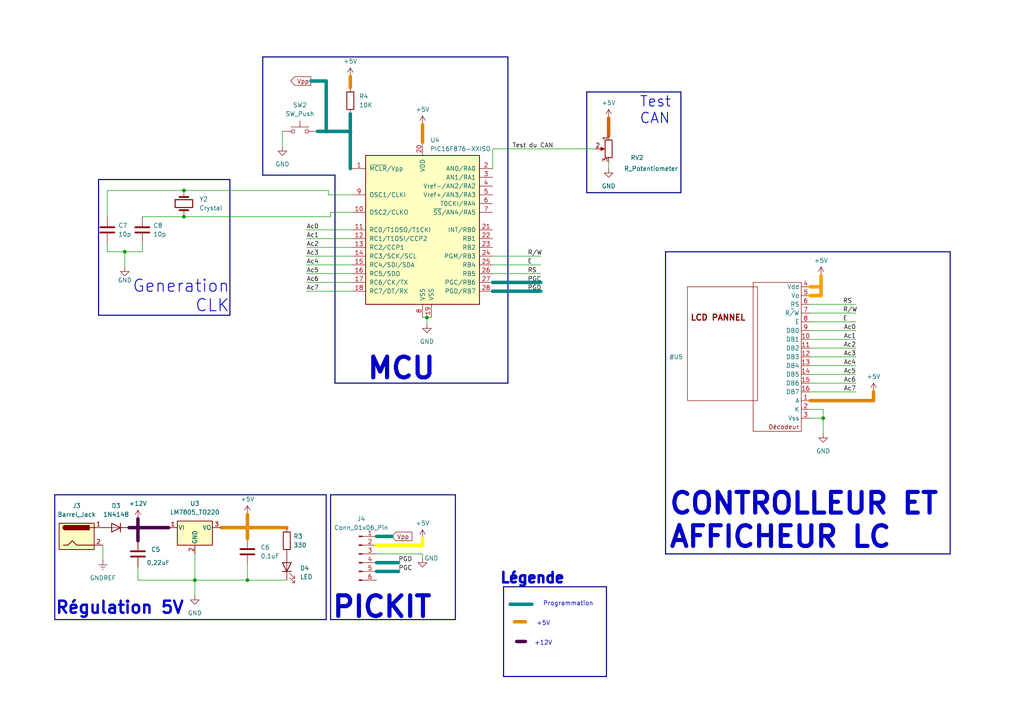
<source format=kicad_sch>
(kicad_sch (version 20230121) (generator eeschema)
  (paper "A4")
  (title_block (title "Projet capteur de temperature avec uC en assembleur") (date "2024-03-11") (company "ESME Ivry-sur-Seine") (comment 1 "Groupe 5 : A2S") (comment 2 "Membres : RAFFOUX JOIRE ANDRIANJAFINDRADILO"))
  (lib_symbols
    (symbol "Connector:Barrel_Jack" (pin_names (offset 1.016))
      (property "Reference" "J" (at 0 5.334 0))
      (property "Value" "Barrel_Jack" (at 0 -5.08 0))
      (symbol "Barrel_Jack_0_1"
        (rectangle (start -5.08 3.81) (end 5.08 -3.81) (stroke (width 0.254)) (fill (type background)))
        (arc (start -3.302 3.175) (mid -3.9343 2.54) (end -3.302 1.905) (stroke (width 0.254)))
        (arc (start -3.302 3.175) (mid -3.9343 2.54) (end -3.302 1.905) (stroke (width 0.254)) (fill (type outline)))
        (polyline (pts (xy 5.08 2.54) (xy 3.81 2.54)) (stroke (width 0.254)))
        (polyline (pts (xy -3.81 -2.54) (xy -2.54 -2.54) (xy -1.27 -1.27) (xy 0 -2.54) (xy 2.54 -2.54) (xy 5.08 -2.54)) (stroke (width 0.254)))
        (rectangle (start 3.683 3.175) (end -3.302 1.905) (stroke (width 0.254)) (fill (type outline)))
      )
      (symbol "Barrel_Jack_1_1"
        (pin passive line (at 7.62 2.54 180) (length 2.54) (name "~") (number "1"))
        (pin passive line (at 7.62 -2.54 180) (length 2.54) (name "~") (number "2"))
      )
    )
    (symbol "Connector:Conn_01x06_Pin" (pin_names (offset 1.016) hide)
      (property "Reference" "J" (at 0 7.62 0))
      (property "Value" "Conn_01x06_Pin" (at 0 -10.16 0))
      (symbol "Conn_01x06_Pin_1_1"
        (polyline (pts (xy 1.27 -7.62) (xy 0.8636 -7.62)) (stroke (width 0.1524)))
        (polyline (pts (xy 1.27 -5.08) (xy 0.8636 -5.08)) (stroke (width 0.1524)))
        (polyline (pts (xy 1.27 -2.54) (xy 0.8636 -2.54)) (stroke (width 0.1524)))
        (polyline (pts (xy 1.27 0) (xy 0.8636 0)) (stroke (width 0.1524)))
        (polyline (pts (xy 1.27 2.54) (xy 0.8636 2.54)) (stroke (width 0.1524)))
        (polyline (pts (xy 1.27 5.08) (xy 0.8636 5.08)) (stroke (width 0.1524)))
        (rectangle (start 0.8636 -7.493) (end 0 -7.747) (stroke (width 0.1524)) (fill (type outline)))
        (rectangle (start 0.8636 -4.953) (end 0 -5.207) (stroke (width 0.1524)) (fill (type outline)))
        (rectangle (start 0.8636 -2.413) (end 0 -2.667) (stroke (width 0.1524)) (fill (type outline)))
        (rectangle (start 0.8636 0.127) (end 0 -0.127) (stroke (width 0.1524)) (fill (type outline)))
        (rectangle (start 0.8636 2.667) (end 0 2.413) (stroke (width 0.1524)) (fill (type outline)))
        (rectangle (start 0.8636 5.207) (end 0 4.953) (stroke (width 0.1524)) (fill (type outline)))
        (pin passive line (at 5.08 5.08 180) (length 3.81) (name "Pin_1") (number "1"))
        (pin passive line (at 5.08 2.54 180) (length 3.81) (name "Pin_2") (number "2"))
        (pin passive line (at 5.08 0 180) (length 3.81) (name "Pin_3") (number "3"))
        (pin passive line (at 5.08 -2.54 180) (length 3.81) (name "Pin_4") (number "4"))
        (pin passive line (at 5.08 -5.08 180) (length 3.81) (name "Pin_5") (number "5"))
        (pin passive line (at 5.08 -7.62 180) (length 3.81) (name "Pin_6") (number "6"))
      )
    )
    (symbol "Device:C" (pin_numbers hide) (pin_names (offset 0.254))
      (property "Reference" "C" (at 0.635 2.54 0))
      (property "Value" "C" (at 0.635 -2.54 0))
      (symbol "C_0_1"
        (polyline (pts (xy -2.032 -0.762) (xy 2.032 -0.762)) (stroke (width 0.508)))
        (polyline (pts (xy -2.032 0.762) (xy 2.032 0.762)) (stroke (width 0.508)))
      )
      (symbol "C_1_1"
        (pin passive line (at 0 3.81 270) (length 2.794) (name "~") (number "1"))
        (pin passive line (at 0 -3.81 90) (length 2.794) (name "~") (number "2"))
      )
    )
    (symbol "Device:Crystal" (pin_numbers hide) (pin_names (offset 1.016) hide)
      (property "Reference" "Y" (at 0 3.81 0))
      (property "Value" "Crystal" (at 0 -3.81 0))
      (symbol "Crystal_0_1"
        (rectangle (start -1.143 2.54) (end 1.143 -2.54) (stroke (width 0.3048)))
        (polyline (pts (xy -2.54 0) (xy -1.905 0)))
        (polyline (pts (xy -1.905 -1.27) (xy -1.905 1.27)) (stroke (width 0.508)))
        (polyline (pts (xy 1.905 -1.27) (xy 1.905 1.27)) (stroke (width 0.508)))
        (polyline (pts (xy 2.54 0) (xy 1.905 0)))
      )
      (symbol "Crystal_1_1"
        (pin passive line (at -3.81 0 0) (length 1.27) (name "1") (number "1"))
        (pin passive line (at 3.81 0 180) (length 1.27) (name "2") (number "2"))
      )
    )
    (symbol "Device:LED" (pin_numbers hide) (pin_names (offset 1.016) hide)
      (property "Reference" "D" (at 0 2.54 0))
      (property "Value" "LED" (at 0 -2.54 0))
      (symbol "LED_0_1"
        (polyline (pts (xy -1.27 -1.27) (xy -1.27 1.27)) (stroke (width 0.254)))
        (polyline (pts (xy -1.27 0) (xy 1.27 0)))
        (polyline (pts (xy 1.27 -1.27) (xy 1.27 1.27) (xy -1.27 0) (xy 1.27 -1.27)) (stroke (width 0.254)))
        (polyline (pts (xy -3.048 -0.762) (xy -4.572 -2.286) (xy -3.81 -2.286) (xy -4.572 -2.286) (xy -4.572 -1.524)))
        (polyline (pts (xy -1.778 -0.762) (xy -3.302 -2.286) (xy -2.54 -2.286) (xy -3.302 -2.286) (xy -3.302 -1.524)))
      )
      (symbol "LED_1_1"
        (pin passive line (at -3.81 0 0) (length 2.54) (name "K") (number "1"))
        (pin passive line (at 3.81 0 180) (length 2.54) (name "A") (number "2"))
      )
    )
    (symbol "Device:R" (pin_numbers hide) (pin_names (offset 0))
      (property "Reference" "R" (at 2.032 0 90))
      (property "Value" "R" (at 0 0 90))
      (symbol "R_0_1"
        (rectangle (start -1.016 -2.54) (end 1.016 2.54) (stroke (width 0.254)))
      )
      (symbol "R_1_1"
        (pin passive line (at 0 3.81 270) (length 1.27) (name "~") (number "1"))
        (pin passive line (at 0 -3.81 90) (length 1.27) (name "~") (number "2"))
      )
    )
    (symbol "Device:R_Potentiometer" (pin_names (offset 1.016) hide)
      (property "Reference" "RV" (at -4.445 0 90))
      (property "Value" "R_Potentiometer" (at -2.54 0 90))
      (symbol "R_Potentiometer_0_1"
        (polyline (pts (xy 2.54 0) (xy 1.524 0)))
        (polyline (pts (xy 1.143 0) (xy 2.286 0.508) (xy 2.286 -0.508) (xy 1.143 0)) (fill (type outline)))
        (rectangle (start 1.016 2.54) (end -1.016 -2.54) (stroke (width 0.254)))
      )
      (symbol "R_Potentiometer_1_1"
        (pin passive line (at 0 3.81 270) (length 1.27) (name "1") (number "1"))
        (pin passive line (at 3.81 0 180) (length 1.27) (name "2") (number "2"))
        (pin passive line (at 0 -3.81 90) (length 1.27) (name "3") (number "3"))
      )
    )
    (symbol "Diode:1N4148" (pin_numbers hide) (pin_names hide)
      (property "Reference" "D" (at 0 2.54 0))
      (property "Value" "1N4148" (at 0 -2.54 0))
      (symbol "1N4148_0_1"
        (polyline (pts (xy -1.27 1.27) (xy -1.27 -1.27)) (stroke (width 0.254)))
        (polyline (pts (xy 1.27 0) (xy -1.27 0)))
        (polyline (pts (xy 1.27 1.27) (xy 1.27 -1.27) (xy -1.27 0) (xy 1.27 1.27)) (stroke (width 0.254)))
      )
      (symbol "1N4148_1_1"
        (pin passive line (at -3.81 0 0) (length 2.54) (name "K") (number "1"))
        (pin passive line (at 3.81 0 180) (length 2.54) (name "A") (number "2"))
      )
    )
    (symbol "LC:Decoder" (power) (in_bom no) (on_board no)
      (property "Reference" "U" (at -5.08 8.89 0))
      (symbol "Decoder_0_1"
        (rectangle (start -2.54 7.62) (end 11.43 -35.56))
      )
      (symbol "Decoder_1_1"
        (rectangle (start 10.16 6.35) (end 30.48 -26.67))
        (text "Décodeur" (at 2.54 -34.29 0) (effects (font (size 1.27 1.27))))
        (text "LCD PANNEL" (at 21.59 -2.54 0) (effects (font (size 1.7 1.7) bold)))
        (pin power_in line (at -5.08 -26.67 0) (length 2.54) (name "A") (number "1"))
        (pin bidirectional line (at -5.08 -8.89 0) (length 2.54) (name "DB1") (number "10"))
        (pin bidirectional line (at -5.08 -11.43 0) (length 2.54) (name "DB2") (number "11"))
        (pin bidirectional line (at -5.08 -13.97 0) (length 2.54) (name "DB3") (number "12"))
        (pin bidirectional line (at -5.08 -16.51 0) (length 2.54) (name "DB4") (number "13"))
        (pin bidirectional line (at -5.08 -19.05 0) (length 2.54) (name "DB5") (number "14"))
        (pin bidirectional line (at -5.08 -21.59 0) (length 2.54) (name "DB6") (number "15"))
        (pin bidirectional line (at -5.08 -24.13 0) (length 2.54) (name "DB7") (number "16"))
        (pin power_in line (at -5.08 -29.21 0) (length 2.54) (name "K") (number "2"))
        (pin power_in line (at -5.08 -31.75 0) (length 2.54) (name "Vss") (number "3"))
        (pin power_in line (at -5.08 6.35 0) (length 2.54) (name "Vdd") (number "4"))
        (pin power_in line (at -5.08 3.81 0) (length 2.54) (name "Vo") (number "5"))
        (pin input line (at -5.08 1.27 0) (length 2.54) (name "RS") (number "6"))
        (pin input line (at -5.08 -1.27 0) (length 2.54) (name "R/W") (number "7"))
        (pin input line (at -5.08 -3.81 0) (length 2.54) (name "E") (number "8"))
        (pin bidirectional line (at -5.08 -6.35 0) (length 2.54) (name "DB0") (number "9"))
      )
    )
    (symbol "MCU_Microchip_PIC16:PIC16F876-XXISO" (pin_names (offset 1.016))
      (property "Reference" "U" (at 2.54 25.4 0))
      (property "Value" "PIC16F876-XXISO" (at 2.54 22.86 0))
      (symbol "PIC16F876-XXISO_0_1"
        (rectangle (start -16.51 21.59) (end 16.51 -21.59) (stroke (width 0.254)) (fill (type background)))
      )
      (symbol "PIC16F876-XXISO_1_1"
        (pin input line (at -20.32 17.78 0) (length 3.81) (name "~{MCLR}/Vpp") (number "1"))
        (pin output line (at -20.32 5.08 0) (length 3.81) (name "OSC2/CLKO") (number "10"))
        (pin bidirectional line (at -20.32 0 0) (length 3.81) (name "RC0/T1OSO/T1CKI") (number "11"))
        (pin bidirectional line (at -20.32 -2.54 0) (length 3.81) (name "RC1/T1OSI/CCP2") (number "12"))
        (pin bidirectional line (at -20.32 -5.08 0) (length 3.81) (name "RC2/CCP1") (number "13"))
        (pin bidirectional line (at -20.32 -7.62 0) (length 3.81) (name "RC3/SCK/SCL") (number "14"))
        (pin bidirectional line (at -20.32 -10.16 0) (length 3.81) (name "RC4/SDI/SDA") (number "15"))
        (pin bidirectional line (at -20.32 -12.7 0) (length 3.81) (name "RC5/SDO") (number "16"))
        (pin bidirectional line (at -20.32 -15.24 0) (length 3.81) (name "RC6/CK/TX") (number "17"))
        (pin bidirectional line (at -20.32 -17.78 0) (length 3.81) (name "RC7/DT/RX") (number "18"))
        (pin power_in line (at 2.54 -25.4 90) (length 3.81) (name "VSS") (number "19"))
        (pin bidirectional line (at 20.32 17.78 180) (length 3.81) (name "AN0/RA0") (number "2"))
        (pin power_in line (at 0 25.4 270) (length 3.81) (name "VDD") (number "20"))
        (pin bidirectional line (at 20.32 0 180) (length 3.81) (name "INT/RB0") (number "21"))
        (pin bidirectional line (at 20.32 -2.54 180) (length 3.81) (name "RB1") (number "22"))
        (pin bidirectional line (at 20.32 -5.08 180) (length 3.81) (name "RB2") (number "23"))
        (pin bidirectional line (at 20.32 -7.62 180) (length 3.81) (name "PGM/RB3") (number "24"))
        (pin bidirectional line (at 20.32 -10.16 180) (length 3.81) (name "RB4") (number "25"))
        (pin bidirectional line (at 20.32 -12.7 180) (length 3.81) (name "RB5") (number "26"))
        (pin bidirectional line (at 20.32 -15.24 180) (length 3.81) (name "PGC/RB6") (number "27"))
        (pin bidirectional line (at 20.32 -17.78 180) (length 3.81) (name "PGD/RB7") (number "28"))
        (pin bidirectional line (at 20.32 15.24 180) (length 3.81) (name "AN1/RA1") (number "3"))
        (pin bidirectional line (at 20.32 12.7 180) (length 3.81) (name "Vref-/AN2/RA2") (number "4"))
        (pin bidirectional line (at 20.32 10.16 180) (length 3.81) (name "Vref+/AN3/RA3") (number "5"))
        (pin bidirectional line (at 20.32 7.62 180) (length 3.81) (name "T0CKI/RA4") (number "6"))
        (pin bidirectional line (at 20.32 5.08 180) (length 3.81) (name "~{SS}/AN4/RA5") (number "7"))
        (pin power_in line (at 0 -25.4 90) (length 3.81) (name "VSS") (number "8"))
        (pin input line (at -20.32 10.16 0) (length 3.81) (name "OSC1/CLKI") (number "9"))
      )
    )
    (symbol "Regulator_Linear:LM7805_TO220" (pin_names (offset 0.254))
      (property "Reference" "U" (at -3.81 3.175 0))
      (property "Value" "LM7805_TO220" (at 0 3.175 0))
      (symbol "LM7805_TO220_0_1"
        (rectangle (start -5.08 1.905) (end 5.08 -5.08) (stroke (width 0.254)) (fill (type background)))
      )
      (symbol "LM7805_TO220_1_1"
        (pin power_in line (at -7.62 0 0) (length 2.54) (name "VI") (number "1"))
        (pin power_in line (at 0 -7.62 90) (length 2.54) (name "GND") (number "2"))
        (pin power_out line (at 7.62 0 180) (length 2.54) (name "VO") (number "3"))
      )
    )
    (symbol "Switch:SW_Push" (pin_numbers hide) (pin_names (offset 1.016) hide)
      (property "Reference" "SW" (at 1.27 2.54 0))
      (property "Value" "SW_Push" (at 0 -1.524 0))
      (symbol "SW_Push_0_1"
        (circle (center -2.032 0) (radius 0.508))
        (polyline (pts (xy 0 1.27) (xy 0 3.048)))
        (polyline (pts (xy 2.54 1.27) (xy -2.54 1.27)))
        (circle (center 2.032 0) (radius 0.508))
        (pin passive line (at -5.08 0 0) (length 2.54) (name "1") (number "1"))
        (pin passive line (at 5.08 0 180) (length 2.54) (name "2") (number "2"))
      )
    )
    (symbol "power:+12V" (power) (pin_names (offset 0))
      (property "Value" "+12V" (at 0 3.556 0))
      (symbol "+12V_0_1"
        (polyline (pts (xy -0.762 1.27) (xy 0 2.54)))
        (polyline (pts (xy 0 0) (xy 0 2.54)))
        (polyline (pts (xy 0 2.54) (xy 0.762 1.27)))
      )
      (symbol "+12V_1_1"
        (pin power_in line (at 0 0 90) (length 0) hide (name "+12V") (number "1"))
      )
    )
    (symbol "power:+5V" (power) (pin_names (offset 0))
      (property "Value" "+5V" (at 0 3.556 0))
      (symbol "+5V_0_1"
        (polyline (pts (xy -0.762 1.27) (xy 0 2.54)))
        (polyline (pts (xy 0 0) (xy 0 2.54)))
        (polyline (pts (xy 0 2.54) (xy 0.762 1.27)))
      )
      (symbol "+5V_1_1"
        (pin power_in line (at 0 0 90) (length 0) hide (name "+5V") (number "1"))
      )
    )
    (symbol "power:GND" (power) (pin_names (offset 0))
      (property "Value" "GND" (at 0 -3.81 0))
      (symbol "GND_0_1"
        (polyline (pts (xy 0 0) (xy 0 -1.27) (xy 1.27 -1.27) (xy 0 -2.54) (xy -1.27 -1.27) (xy 0 -1.27)))
      )
      (symbol "GND_1_1"
        (pin power_in line (at 0 0 270) (length 0) hide (name "GND") (number "1"))
      )
    )
    (symbol "power:GNDREF" (power) (pin_names (offset 0))
      (property "Value" "GNDREF" (at 0 -3.81 0))
      (symbol "GNDREF_0_1"
        (polyline (pts (xy -0.635 -1.905) (xy 0.635 -1.905)))
        (polyline (pts (xy -0.127 -2.54) (xy 0.127 -2.54)))
        (polyline (pts (xy 0 -1.27) (xy 0 0)))
        (polyline (pts (xy 1.27 -1.27) (xy -1.27 -1.27)))
      )
      (symbol "GNDREF_1_1"
        (pin power_in line (at 0 0 270) (length 0) hide (name "GNDREF") (number "1"))
      )
    )
  )
  (junction (at 53.34 55.245))
  (junction (at 238.125 83.185) (color 255 153 0 1))
  (junction (at 71.755 168.275))
  (junction (at 94.615 38.1) (diameter 1) (color 0 132 132 1))
  (junction (at 40.005 153.035) (color 72 0 72 1))
  (junction (at 36.195 73.025))
  (junction (at 123.825 92.075))
  (junction (at 101.6 38.1) (diameter 1) (color 0 132 132 1))
  (junction (at 56.515 168.275))
  (junction (at 71.755 153.035) (color 255 153 0 1))
  (junction (at 53.34 62.865))
  (junction (at 238.76 121.285))
  (wire (pts (xy 101.6 33.02) (xy 101.6 38.1)) (stroke (width 1) (color 0 132 132 1)))
  (wire (pts (xy 101.6 38.1) (xy 101.6 48.895)) (stroke (width 1) (color 0 132 132 1)))
  (wire (pts (xy 56.515 168.275) (xy 56.515 172.72)))
  (bus (pts (xy 97.155 111.125) (xy 147.32 111.125)))
  (bus (pts (xy 95.885 143.51) (xy 132.08 143.51)))
  (wire (pts (xy 109.22 160.655) (xy 122.555 160.655)))
  (wire (pts (xy 102.235 66.675) (xy 88.9 66.675)))
  (bus (pts (xy 94.615 143.51) (xy 94.615 179.705)))
  (wire (pts (xy 71.755 168.275) (xy 83.185 168.275)))
  (wire (pts (xy 176.53 34.29) (xy 176.53 39.37)) (stroke (width 1) (color 204 102 0 1)))
  (bus (pts (xy 175.895 170.18) (xy 146.05 170.18)))
  (bus (pts (xy 76.2 50.8) (xy 76.2 16.51)))
  (wire (pts (xy 234.95 106.045) (xy 248.285 106.045)))
  (bus (pts (xy 95.885 143.51) (xy 95.885 179.705)))
  (bus (pts (xy 170.18 26.67) (xy 170.18 55.88)))
  (wire (pts (xy 102.235 76.835) (xy 88.9 76.835)))
  (wire (pts (xy 40.005 153.035) (xy 48.895 153.035)) (stroke (width 1) (color 72 0 72 1)))
  (wire (pts (xy 234.95 90.805) (xy 248.285 90.805)))
  (wire (pts (xy 71.755 153.035) (xy 83.185 153.035)) (stroke (width 1) (color 221 133 0 1)))
  (bus (pts (xy 66.675 91.44) (xy 28.575 91.44)))
  (bus (pts (xy 15.875 143.51) (xy 94.615 143.51)))
  (wire (pts (xy 142.875 76.835) (xy 156.845 76.835)))
  (wire (pts (xy 149.86 186.055) (xy 152.4 186.055)) (stroke (width 1) (color 72 0 72 1)))
  (wire (pts (xy 142.875 74.295) (xy 156.845 74.295)))
  (wire (pts (xy 122.555 160.655) (xy 122.555 161.925)))
  (wire (pts (xy 94.615 38.1) (xy 101.6 38.1)) (stroke (width 1) (color 0 132 132 1)))
  (wire (pts (xy 234.95 121.285) (xy 238.76 121.285)))
  (wire (pts (xy 234.95 113.665) (xy 248.285 113.665)))
  (bus (pts (xy 146.05 170.18) (xy 146.05 196.215)))
  (bus (pts (xy 147.32 16.51) (xy 147.32 111.125)))
  (wire (pts (xy 234.95 88.265) (xy 248.285 88.265)))
  (bus (pts (xy 275.59 160.655) (xy 193.04 160.655)))
  (wire (pts (xy 102.235 71.755) (xy 88.9 71.755)))
  (wire (pts (xy 109.22 158.115) (xy 122.555 158.115)) (stroke (width 1) (color 255 255 0 1)))
  (wire (pts (xy 253.365 113.665) (xy 253.365 116.205)) (stroke (width 1) (color 221 133 0 1)))
  (wire (pts (xy 102.235 84.455) (xy 88.9 84.455)))
  (wire (pts (xy 41.275 73.025) (xy 41.275 70.485)))
  (wire (pts (xy 115.57 165.735) (xy 109.22 165.735)) (stroke (width 1) (color 0 132 132 1)))
  (wire (pts (xy 71.755 163.83) (xy 71.755 168.275)))
  (wire (pts (xy 101.6 22.225) (xy 101.6 25.4)) (stroke (width 1) (color 221 133 0 1)))
  (wire (pts (xy 154.305 175.26) (xy 147.955 175.26)) (stroke (width 1) (color 0 132 132 1)))
  (wire (pts (xy 122.555 158.115) (xy 122.555 156.21)) (stroke (width 1) (color 255 255 0 1)))
  (wire (pts (xy 234.95 103.505) (xy 248.285 103.505)))
  (wire (pts (xy 31.115 55.245) (xy 53.34 55.245)))
  (wire (pts (xy 95.25 56.515) (xy 95.25 55.245)))
  (wire (pts (xy 94.615 23.495) (xy 94.615 38.1)) (stroke (width 1) (color 0 132 132 1)))
  (wire (pts (xy 149.225 180.34) (xy 152.4 180.34)) (stroke (width 1) (color 221 133 0 1)))
  (wire (pts (xy 71.755 156.21) (xy 71.755 153.035)) (stroke (width 1) (color 221 133 0 1)))
  (wire (pts (xy 37.465 153.035) (xy 40.005 153.035)) (stroke (width 1) (color 72 0 72 1)))
  (wire (pts (xy 71.755 153.035) (xy 64.135 153.035)) (stroke (width 1) (color 221 133 0 1)))
  (wire (pts (xy 31.115 70.485) (xy 31.115 73.025)))
  (bus (pts (xy 97.155 50.8) (xy 76.2 50.8)))
  (bus (pts (xy 76.2 16.51) (xy 147.32 16.51)))
  (wire (pts (xy 234.95 118.745) (xy 238.76 118.745)))
  (wire (pts (xy 172.72 43.18) (xy 142.875 43.18)))
  (wire (pts (xy 234.95 95.885) (xy 248.285 95.885)))
  (wire (pts (xy 122.555 36.195) (xy 122.555 41.275)) (stroke (width 1) (color 221 133 0 1)))
  (wire (pts (xy 123.825 92.075) (xy 125.095 92.075)))
  (wire (pts (xy 40.005 164.465) (xy 40.005 168.275)))
  (wire (pts (xy 115.57 163.195) (xy 109.22 163.195)) (stroke (width 1) (color 0 132 132 1)))
  (bus (pts (xy 132.08 179.705) (xy 95.885 179.705)))
  (wire (pts (xy 238.76 121.285) (xy 238.76 125.73)))
  (bus (pts (xy 146.05 196.215) (xy 175.895 196.215)))
  (wire (pts (xy 122.555 92.075) (xy 123.825 92.075)))
  (wire (pts (xy 234.95 111.125) (xy 248.285 111.125)))
  (bus (pts (xy 193.04 160.655) (xy 193.04 73.025)))
  (wire (pts (xy 238.125 83.185) (xy 238.125 85.725)) (stroke (width 1) (color 255 153 0 1)))
  (bus (pts (xy 170.18 55.88) (xy 197.485 55.88)))
  (bus (pts (xy 197.485 55.88) (xy 197.485 26.67)))
  (wire (pts (xy 36.195 73.025) (xy 31.115 73.025)))
  (wire (pts (xy 102.235 56.515) (xy 95.25 56.515)))
  (wire (pts (xy 234.95 93.345) (xy 248.285 93.345)))
  (wire (pts (xy 102.235 74.295) (xy 88.9 74.295)))
  (wire (pts (xy 176.53 48.895) (xy 176.53 46.99)))
  (wire (pts (xy 101.6 48.895) (xy 102.235 48.895)))
  (bus (pts (xy 28.575 91.44) (xy 28.575 52.07)))
  (wire (pts (xy 56.515 168.275) (xy 71.755 168.275)))
  (wire (pts (xy 238.125 80.01) (xy 238.125 83.185)) (stroke (width 1) (color 255 153 0 1)))
  (wire (pts (xy 53.34 55.245) (xy 95.25 55.245)))
  (wire (pts (xy 102.235 81.915) (xy 88.9 81.915)))
  (wire (pts (xy 36.195 73.025) (xy 36.195 77.47)))
  (bus (pts (xy 132.08 143.51) (xy 132.08 179.705)))
  (bus (pts (xy 275.59 73.025) (xy 275.59 160.655)))
  (wire (pts (xy 71.755 149.225) (xy 71.755 153.035)) (stroke (width 1) (color 221 133 0 1)))
  (wire (pts (xy 102.235 69.215) (xy 88.9 69.215)))
  (bus (pts (xy 97.155 50.8) (xy 97.155 111.125)))
  (wire (pts (xy 81.915 38.1) (xy 81.915 42.545)))
  (wire (pts (xy 234.95 98.425) (xy 248.285 98.425)))
  (bus (pts (xy 15.875 179.705) (xy 94.615 179.705)))
  (wire (pts (xy 95.885 61.595) (xy 102.235 61.595)))
  (wire (pts (xy 40.005 168.275) (xy 56.515 168.275)))
  (wire (pts (xy 123.825 92.075) (xy 123.825 93.98)))
  (wire (pts (xy 40.005 156.845) (xy 40.005 153.035)) (stroke (width 1) (color 72 0 72 1)))
  (bus (pts (xy 66.675 52.07) (xy 66.675 91.44)))
  (wire (pts (xy 41.275 62.865) (xy 53.34 62.865)))
  (wire (pts (xy 102.235 79.375) (xy 88.9 79.375)))
  (wire (pts (xy 90.17 23.495) (xy 94.615 23.495)) (stroke (width 1) (color 0 132 132 1)))
  (wire (pts (xy 40.005 150.495) (xy 40.005 153.035)) (stroke (width 1) (color 72 0 72 1)))
  (wire (pts (xy 29.845 158.115) (xy 29.845 162.56)))
  (wire (pts (xy 234.95 108.585) (xy 248.285 108.585)))
  (bus (pts (xy 193.04 73.025) (xy 275.59 73.025)))
  (bus (pts (xy 15.875 143.51) (xy 15.875 179.705)))
  (wire (pts (xy 142.875 79.375) (xy 156.845 79.375)))
  (wire (pts (xy 31.115 55.245) (xy 31.115 62.865)))
  (wire (pts (xy 36.195 73.025) (xy 41.275 73.025)))
  (bus (pts (xy 28.575 52.07) (xy 66.675 52.07)))
  (wire (pts (xy 92.075 38.1) (xy 94.615 38.1)) (stroke (width 1) (color 0 132 132 1)))
  (wire (pts (xy 253.365 116.205) (xy 234.95 116.205)) (stroke (width 1) (color 221 133 0 1)))
  (wire (pts (xy 238.76 118.745) (xy 238.76 121.285)))
  (wire (pts (xy 95.885 62.865) (xy 95.885 61.595)))
  (wire (pts (xy 142.875 43.18) (xy 142.875 48.895)))
  (wire (pts (xy 142.875 81.915) (xy 156.845 81.915)) (stroke (width 1) (color 0 132 132 1)))
  (wire (pts (xy 234.95 100.965) (xy 248.285 100.965)))
  (wire (pts (xy 142.875 84.455) (xy 156.845 84.455)) (stroke (width 1) (color 0 132 132 1)))
  (bus (pts (xy 170.18 26.67) (xy 197.485 26.67)))
  (bus (pts (xy 175.895 196.215) (xy 175.895 170.18)))
  (wire (pts (xy 238.125 85.725) (xy 234.95 85.725)) (stroke (width 1) (color 255 153 0 1)))
  (wire (pts (xy 53.34 62.865) (xy 95.885 62.865)))
  (wire (pts (xy 56.515 160.655) (xy 56.515 168.275)))
  (wire (pts (xy 109.22 155.575) (xy 113.665 155.575)) (stroke (width 1) (color 0 132 132 1)))
  (wire (pts (xy 238.125 83.185) (xy 234.95 83.185)) (stroke (width 1) (color 255 153 0 1)))
  (text "MCU" (at 106.045 110.49 0) (effects (font (size 6 6) (thickness 1.2) bold) (justify left bottom)))
  (text "CONTROLLEUR ET \nAFFICHEUR LC" (at 193.675 159.385 0) (effects (font (size 6 6) (thickness 1.2) bold) (justify left bottom)))
  (text "Generation\nCLK" (at 66.675 90.805 0) (effects (font (size 3.5 3.5) (thickness 0.254) bold) (justify right bottom)))
  (text "Programmation" (at 157.48 175.895 0) (effects (font (size 1.27 1.27)) (justify left bottom)))
  (text "Légende" (at 144.78 169.545 0) (effects (font (size 3 3) (thickness 1.2) bold) (justify left bottom)))
  (text "PICKIT" (at 95.885 179.705 0) (effects (font (size 6 6) (thickness 1.2) bold) (justify left bottom)))
  (text "+12V" (at 154.94 187.325 0) (effects (font (size 1.27 1.27)) (justify left bottom)))
  (text "+5V " (at 155.575 181.61 0) (effects (font (size 1.27 1.27)) (justify left bottom)))
  (text "Test \nCAN" (at 185.42 36.195 0) (effects (font (size 3 3) (thickness 0.254) bold) (justify left bottom)))
  (text "Régulation 5V" (at 15.875 178.435 0) (effects (font (size 3.5 3.5) bold) (justify left bottom)))
  (label "Ac4" (at 88.9 76.835 0))
  (label "Ac5" (at 88.9 79.375 0))
  (label "Ac6" (at 248.285 111.125 180))
  (label "Ac3" (at 88.9 74.295 0))
  (label "Ac7" (at 248.285 113.665 180))
  (label "E" (at 244.475 93.345 0))
  (label "Ac5" (at 248.285 108.585 180))
  (label "PGD" (at 115.57 163.195 0))
  (label "Ac6" (at 88.9 81.915 0))
  (label "E" (at 153.035 76.835 0))
  (label "Ac4" (at 248.285 106.045 180))
  (label "PGD" (at 153.035 84.455 0))
  (label "Ac2" (at 248.285 100.965 180))
  (label "R{slash}W" (at 153.035 74.295 0))
  (label "Ac0" (at 248.285 95.885 180))
  (label "Ac1" (at 248.285 98.425 180))
  (label "Test du CAN" (at 148.59 43.18 0))
  (label "Ac7" (at 88.9 84.455 0))
  (label "Ac3" (at 248.285 103.505 180))
  (label "RS" (at 244.475 88.265 0))
  (label "RS" (at 153.035 79.375 0))
  (label "R{slash}W" (at 244.475 90.805 0))
  (label "Ac0" (at 88.9 66.675 0))
  (label "PGC" (at 153.035 81.915 0))
  (label "Ac2" (at 88.9 71.755 0))
  (label "PGC" (at 115.57 165.735 0))
  (label "Ac1" (at 88.9 69.215 0))
  (global_label "Vpp" (shape input) (at 113.665 155.575 0) (property "Intersheetrefs" "${INTERSHEET_REFS}" (effects hide)))
  (global_label "Vpp" (shape output) (at 90.17 23.495 180) (property "Intersheetrefs" "${INTERSHEET_REFS}" (effects hide)))
  (symbol (lib_id "power:GND") (at 81.915 42.545 0) (unit 1)
    (property "Reference" "#PWR015" (effects hide))
    (property "Value" "GND" (at 81.915 47.625 0))
  )
  (symbol (lib_id "Connector:Conn_01x06_Pin") (at 104.14 160.655 0) (unit 1)
    (property "Reference" "J4" (at 104.775 150.495 0))
    (property "Value" "Conn_01x06_Pin" (at 104.775 153.035 0))
  )
  (symbol (lib_id "power:GND") (at 123.825 93.98 0) (unit 1)
    (property "Reference" "#PWR018" (effects hide))
    (property "Value" "GND" (at 123.825 99.06 0))
  )
  (symbol (lib_id "power:+5V") (at 176.53 34.29 0) (unit 1)
    (property "Reference" "#PWR019" (effects hide))
    (property "Value" "+5V" (at 176.53 29.845 0))
  )
  (symbol (lib_id "Device:LED") (at 83.185 164.465 90) (unit 1)
    (property "Reference" "D4" (at 86.995 164.7825 90) (effects (justify right)))
    (property "Value" "LED" (at 86.995 167.3225 90) (effects (justify right)))
  )
  (symbol (lib_id "Device:Crystal") (at 53.34 59.055 90) (unit 1)
    (property "Reference" "Y2" (at 57.785 57.785 90) (effects (justify right)))
    (property "Value" "Crystal" (at 57.785 60.325 90) (effects (justify right)))
  )
  (symbol (lib_id "power:+5V") (at 71.755 149.225 0) (unit 1)
    (property "Reference" "#PWR013" (effects hide))
    (property "Value" "+5V" (at 71.755 144.78 0))
  )
  (symbol (lib_id "Connector:Barrel_Jack") (at 22.225 155.575 0) (unit 1)
    (property "Reference" "J3" (at 22.225 146.685 0))
    (property "Value" "Barrel_Jack" (at 22.225 149.225 0))
  )
  (symbol (lib_id "power:GND") (at 176.53 48.895 0) (unit 1)
    (property "Reference" "#PWR020" (effects hide))
    (property "Value" "GND" (at 176.53 53.975 0))
  )
  (symbol (lib_id "power:+5V") (at 122.555 36.195 0) (unit 1)
    (property "Reference" "#PWR017" (effects hide))
    (property "Value" "+5V" (at 122.555 31.75 0))
  )
  (symbol (lib_id "LC:Decoder") (at 229.87 89.535 0) (mirror y) (unit 1) (in_bom no) (on_board no)
    (property "Reference" "U5" (at 198.12 103.505 0) (effects (justify left)))
    (property "Value" "~" (at 229.87 89.535 0))
  )
  (symbol (lib_id "Device:C") (at 31.115 66.675 0) (unit 1)
    (property "Reference" "C7" (at 34.29 65.405 0) (effects (justify left)))
    (property "Value" "10p" (at 34.29 67.945 0) (effects (justify left)))
  )
  (symbol (lib_id "Diode:1N4148") (at 33.655 153.035 180) (unit 1)
    (property "Reference" "D3" (at 33.655 146.685 0))
    (property "Value" "1N4148" (at 33.655 149.225 0))
    (property "Footprint" "Diode_THT:D_DO-35_SOD27_P7.62mm_Horizontal" (effects hide))
    (property "Datasheet" "https://assets.nexperia.com/documents/data-sheet/1N4148_1N4448.pdf" (effects hide))
    (property "Sim.Device" "D" (effects hide))
    (property "Sim.Pins" "1=K 2=A" (effects hide))
  )
  (symbol (lib_id "power:+5V") (at 122.555 156.21 0) (unit 1)
    (property "Reference" "#PWR025" (effects hide))
    (property "Value" "+5V" (at 122.555 151.765 0))
  )
  (symbol (lib_id "power:GND") (at 238.76 125.73 0) (unit 1)
    (property "Reference" "#PWR022" (effects hide))
    (property "Value" "GND" (at 238.76 130.81 0))
  )
  (symbol (lib_id "Device:C") (at 40.005 160.655 0) (unit 1)
    (property "Reference" "C5" (at 43.815 159.385 0) (effects (justify left)))
    (property "Value" "0,22uF" (at 42.545 163.195 0) (effects (justify left)))
  )
  (symbol (lib_id "power:GND") (at 122.555 161.925 0) (unit 1)
    (property "Reference" "#PWR024" (effects hide))
    (property "Value" "GND" (at 125.095 161.925 0))
  )
  (symbol (lib_id "power:GND") (at 36.195 77.47 0) (unit 1)
    (property "Reference" "#PWR014" (effects hide))
    (property "Value" "GND" (at 36.195 81.28 0))
  )
  (symbol (lib_id "power:GND") (at 56.515 172.72 0) (unit 1)
    (property "Reference" "#PWR012" (effects hide))
    (property "Value" "GND" (at 56.515 177.8 0))
  )
  (symbol (lib_id "Regulator_Linear:LM7805_TO220") (at 56.515 153.035 0) (unit 1)
    (property "Reference" "U3" (at 56.515 146.05 0))
    (property "Value" "LM7805_TO220" (at 56.515 148.59 0))
    (property "Footprint" "Package_TO_SOT_THT:TO-220-3_Vertical" (effects hide))
    (property "Datasheet" "https://www.onsemi.cn/PowerSolutions/document/MC7800-D.PDF" (effects hide))
  )
  (symbol (lib_id "Device:R") (at 101.6 29.21 0) (unit 1)
    (property "Reference" "R4" (at 104.14 27.94 0) (effects (justify left)))
    (property "Value" "10K" (at 104.14 30.48 0) (effects (justify left)))
  )
  (symbol (lib_id "power:+5V") (at 253.365 113.665 0) (unit 1)
    (property "Reference" "#PWR023" (effects hide))
    (property "Value" "+5V" (at 253.365 109.22 0))
  )
  (symbol (lib_id "power:+12V") (at 40.005 150.495 0) (unit 1)
    (property "Reference" "#PWR026" (effects hide))
    (property "Value" "+12V" (at 40.005 146.05 0))
  )
  (symbol (lib_id "Device:R") (at 83.185 156.845 0) (unit 1)
    (property "Reference" "R3" (at 85.09 155.575 0) (effects (justify left)))
    (property "Value" "330" (at 85.09 158.115 0) (effects (justify left)))
  )
  (symbol (lib_id "Device:C") (at 71.755 160.02 0) (unit 1)
    (property "Reference" "C6" (at 75.565 158.75 0) (effects (justify left)))
    (property "Value" "0,1uF" (at 75.565 161.29 0) (effects (justify left)))
  )
  (symbol (lib_id "Switch:SW_Push") (at 86.995 38.1 0) (unit 1)
    (property "Reference" "SW2" (at 86.995 30.48 0))
    (property "Value" "SW_Push" (at 86.995 33.02 0))
  )
  (symbol (lib_id "power:GNDREF") (at 29.845 162.56 0) (unit 1)
    (property "Reference" "#PWR011" (effects hide))
    (property "Value" "GNDREF" (at 29.845 167.64 0))
  )
  (symbol (lib_id "Device:C") (at 41.275 66.675 0) (unit 1)
    (property "Reference" "C8" (at 44.45 65.405 0) (effects (justify left)))
    (property "Value" "10p" (at 44.45 67.945 0) (effects (justify left)))
  )
  (symbol (lib_id "MCU_Microchip_PIC16:PIC16F876-XXISO") (at 122.555 66.675 0) (unit 1)
    (property "Reference" "U4" (at 124.7491 40.64 0) (effects (justify left)))
    (property "Value" "PIC16F876-XXISO" (at 124.7491 43.18 0) (effects (justify left)))
    (property "Datasheet" "http://ww1.microchip.com/downloads/en/DeviceDoc/30292C.pdf" (effects hide))
  )
  (symbol (lib_id "power:+5V") (at 101.6 22.225 0) (unit 1)
    (property "Reference" "#PWR016" (effects hide))
    (property "Value" "+5V" (at 101.6 17.78 0))
  )
  (symbol (lib_id "power:+5V") (at 238.125 80.01 0) (unit 1)
    (property "Reference" "#PWR021" (effects hide))
    (property "Value" "+5V" (at 238.125 75.565 0))
  )
  (symbol (lib_id "Device:R_Potentiometer") (at 176.53 43.18 0) (mirror y) (unit 1)
    (property "Reference" "RV2" (at 182.88 45.72 0) (effects (justify right)))
    (property "Value" "R_Potentiometer" (at 180.975 48.895 0) (effects (justify right)))
  )
)
</source>
